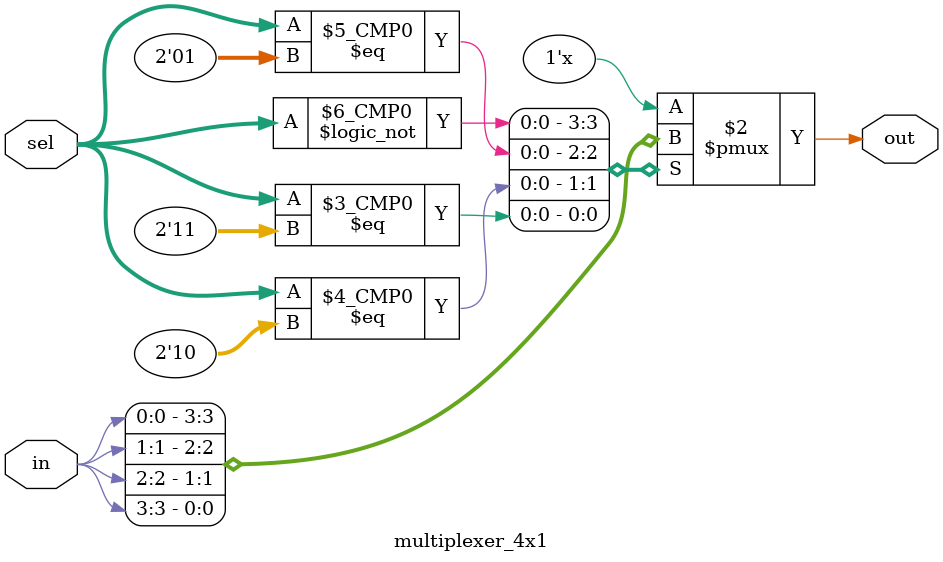
<source format=v>
module multiplexer_4x1(in,out,sel);
 
input [3:0]in;
input [1:0]sel;
output out;
 
reg out;
 
always @( in or sel) 
begin 
case(sel) 
3'b00 : out=in[0]; 
3'b01 : out=in[1]; 
3'b10 : out=in[2]; 
3'b11 : out=in[3];  
endcase 
end
endmodule



</source>
